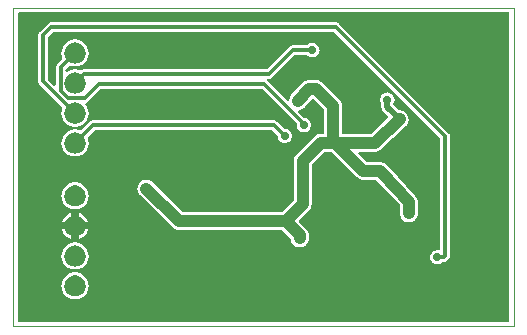
<source format=gbl>
G75*
G71*
%OFA0B0*%
%FSLAX23Y23*%
%IPPOS*%
%LPD*%
%ADD10C,0.1*%
%ADD11C,0.305*%
%ADD12C,0.508*%
%ADD13C,1.016*%
%ADD14C,0.706*%
%LPD*%G36*
X381Y2996D02*
X381Y3995D01*
X381Y7990D01*
X381Y8989D01*
X381Y9987D01*
X381Y10986D01*
X381Y11985D01*
X381Y12983D01*
X381Y13982D01*
X381Y14981D01*
X381Y15980D01*
X381Y16978D01*
X381Y17977D01*
X381Y19974D01*
X381Y20973D01*
X381Y21972D01*
X381Y26507D01*
X458Y26584D01*
X3944Y26584D01*
X4930Y26584D01*
X5917Y26584D01*
X6903Y26584D01*
X7889Y26584D01*
X11833Y26584D01*
X12819Y26584D01*
X13806Y26584D01*
X15778Y26584D01*
X16764Y26584D01*
X17750Y26584D01*
X20708Y26584D01*
X21695Y26584D01*
X22681Y26584D01*
X23667Y26584D01*
X24653Y26584D01*
X25639Y26584D01*
X26625Y26584D01*
X41945Y26584D01*
X42021Y26507D01*
X42021Y24968D01*
X42021Y23969D01*
X42021Y22971D01*
X42021Y21972D01*
X42021Y19975D01*
X42021Y18976D01*
X42021Y17977D01*
X42021Y14981D01*
X42021Y13982D01*
X42021Y12984D01*
X42021Y11985D01*
X42021Y459D01*
X41945Y383D01*
X38459Y383D01*
X37473Y383D01*
X36487Y383D01*
X35501Y383D01*
X34514Y383D01*
X33528Y383D01*
X32542Y383D01*
X31556Y383D01*
X28598Y383D01*
X27612Y383D01*
X26625Y383D01*
X24653Y383D01*
X23667Y383D01*
X22681Y383D01*
X21695Y383D01*
X20709Y383D01*
X19723Y383D01*
X18736Y383D01*
X17750Y383D01*
X15778Y383D01*
X14792Y383D01*
X13806Y383D01*
X12820Y383D01*
X11833Y383D01*
X10847Y383D01*
X8875Y383D01*
X7889Y383D01*
X6903Y383D01*
X5917Y383D01*
X4931Y383D01*
X3944Y383D01*
X2958Y383D01*
X458Y383D01*
X381Y459D01*
X381Y1998D01*
X381Y2996D01*
G37*
%LPC*%G36*
X13617Y8283D02*
X13748Y8213D01*
X13890Y8170D01*
X14041Y8155D01*
X22726Y8155D01*
X22780Y8132D01*
X23495Y7418D01*
X23517Y7372D01*
X23524Y7297D01*
X23567Y7156D01*
X23637Y7024D01*
X23731Y6910D01*
X23845Y6815D01*
X23977Y6745D01*
X24119Y6703D01*
X24267Y6688D01*
X24415Y6703D01*
X24556Y6745D01*
X24688Y6815D01*
X24802Y6910D01*
X24897Y7024D01*
X24967Y7156D01*
X25009Y7297D01*
X25025Y7449D01*
X25025Y7714D01*
X25009Y7866D01*
X24967Y8008D01*
X24897Y8140D01*
X24800Y8257D01*
X24199Y8859D01*
X24199Y8967D01*
X25046Y9815D01*
X25143Y9932D01*
X25213Y10063D01*
X25255Y10205D01*
X25270Y10357D01*
X25270Y13650D01*
X25293Y13704D01*
X26358Y14770D01*
X26412Y14793D01*
X26933Y14793D01*
X26987Y14770D01*
X29124Y12634D01*
X29242Y12537D01*
X29372Y12467D01*
X29515Y12424D01*
X29666Y12409D01*
X30703Y12409D01*
X30760Y12384D01*
X32722Y10244D01*
X32742Y10192D01*
X32742Y9584D01*
X32757Y9432D01*
X32800Y9290D01*
X32870Y9159D01*
X32964Y9045D01*
X33079Y8950D01*
X33210Y8880D01*
X33353Y8837D01*
X33500Y8822D01*
X33648Y8837D01*
X33790Y8880D01*
X33921Y8950D01*
X34035Y9045D01*
X34130Y9159D01*
X34200Y9290D01*
X34243Y9432D01*
X34258Y9584D01*
X34258Y10514D01*
X34252Y10579D01*
X34249Y10632D01*
X34247Y10641D01*
X34245Y10652D01*
X34243Y10665D01*
X34225Y10724D01*
X34212Y10777D01*
X34207Y10787D01*
X34203Y10798D01*
X34200Y10807D01*
X34178Y10847D01*
X34148Y10910D01*
X34139Y10922D01*
X34133Y10932D01*
X34100Y10974D01*
X34056Y11032D01*
X31809Y13483D01*
X31797Y13493D01*
X31789Y13502D01*
X31781Y13512D01*
X31593Y13700D01*
X31475Y13796D01*
X31344Y13867D01*
X31202Y13910D01*
X31050Y13925D01*
X30009Y13925D01*
X29955Y13947D01*
X29239Y14662D01*
X29293Y14793D01*
X30609Y14793D01*
X30695Y14801D01*
X30737Y14804D01*
X30751Y14807D01*
X30761Y14808D01*
X30823Y14827D01*
X30881Y14842D01*
X30888Y14846D01*
X30899Y14850D01*
X30952Y14877D01*
X31014Y14908D01*
X31029Y14918D01*
X31078Y14957D01*
X31134Y15001D01*
X33237Y16974D01*
X33336Y17089D01*
X33411Y17218D01*
X33458Y17359D01*
X33478Y17506D01*
X33468Y17654D01*
X33429Y17797D01*
X33363Y17931D01*
X33273Y18048D01*
X33161Y18146D01*
X33032Y18220D01*
X32892Y18267D01*
X32744Y18286D01*
X32715Y18284D01*
X32656Y18307D01*
X32214Y18748D01*
X32191Y18802D01*
X32191Y18863D01*
X32200Y18899D01*
X32244Y18981D01*
X32277Y19093D01*
X32290Y19211D01*
X32277Y19329D01*
X32244Y19442D01*
X32188Y19546D01*
X32113Y19637D01*
X32022Y19712D01*
X31917Y19768D01*
X31805Y19802D01*
X31687Y19813D01*
X31569Y19802D01*
X31456Y19768D01*
X31353Y19712D01*
X31261Y19637D01*
X31186Y19545D01*
X31130Y19442D01*
X31096Y19329D01*
X31085Y19211D01*
X31096Y19093D01*
X31130Y18981D01*
X31174Y18897D01*
X31183Y18861D01*
X31183Y18567D01*
X31193Y18464D01*
X31222Y18370D01*
X31268Y18283D01*
X31333Y18204D01*
X31760Y17777D01*
X31759Y17667D01*
X30335Y16329D01*
X30282Y16309D01*
X27925Y16309D01*
X27848Y16385D01*
X27848Y18666D01*
X27833Y18817D01*
X27790Y18959D01*
X27720Y19090D01*
X27623Y19208D01*
X26215Y20616D01*
X26098Y20712D01*
X25966Y20782D01*
X25825Y20825D01*
X25673Y20840D01*
X25011Y20840D01*
X24986Y20837D01*
X24976Y20837D01*
X24956Y20838D01*
X24912Y20830D01*
X24860Y20825D01*
X24839Y20818D01*
X24829Y20816D01*
X24810Y20813D01*
X24771Y20798D01*
X24718Y20782D01*
X24697Y20771D01*
X24688Y20767D01*
X24671Y20760D01*
X24632Y20736D01*
X24587Y20712D01*
X24574Y20701D01*
X24565Y20695D01*
X24545Y20682D01*
X24508Y20648D01*
X24472Y20618D01*
X24459Y20601D01*
X24452Y20594D01*
X24434Y20577D01*
X23556Y19570D01*
X23467Y19446D01*
X23407Y19311D01*
X23373Y19166D01*
X23372Y19136D01*
X23242Y19084D01*
X21533Y20793D01*
X21474Y20841D01*
X21523Y20977D01*
X21637Y20977D01*
X21719Y20985D01*
X21795Y21007D01*
X21864Y21044D01*
X21927Y21097D01*
X23806Y22974D01*
X23860Y22997D01*
X24858Y22997D01*
X24917Y22969D01*
X25005Y22898D01*
X25110Y22842D01*
X25223Y22809D01*
X25341Y22796D01*
X25458Y22809D01*
X25571Y22842D01*
X25675Y22898D01*
X25767Y22973D01*
X25842Y23064D01*
X25898Y23169D01*
X25931Y23281D01*
X25943Y23399D01*
X25931Y23517D01*
X25898Y23630D01*
X25842Y23733D01*
X25766Y23825D01*
X25675Y23900D01*
X25571Y23956D01*
X25458Y23990D01*
X25341Y24001D01*
X25223Y23990D01*
X25110Y23956D01*
X25006Y23900D01*
X24914Y23825D01*
X24859Y23802D01*
X23664Y23802D01*
X23582Y23794D01*
X23507Y23771D01*
X23437Y23733D01*
X23373Y23681D01*
X21497Y21804D01*
X21443Y21782D01*
X6004Y21782D01*
X5922Y21773D01*
X5846Y21750D01*
X5776Y21713D01*
X5750Y21691D01*
X5674Y21679D01*
X5606Y21704D01*
X5577Y21714D01*
X5489Y21737D01*
X5460Y21744D01*
X5372Y21757D01*
X5341Y21761D01*
X5252Y21766D01*
X5222Y21766D01*
X5132Y21761D01*
X5102Y21757D01*
X5013Y21744D01*
X4983Y21737D01*
X4896Y21714D01*
X4868Y21704D01*
X4783Y21672D01*
X4755Y21660D01*
X4675Y21619D01*
X4649Y21604D01*
X4573Y21554D01*
X4548Y21536D01*
X4418Y21592D01*
X4418Y21737D01*
X4441Y21791D01*
X4723Y22074D01*
X4804Y22091D01*
X4868Y22067D01*
X4896Y22058D01*
X4983Y22034D01*
X5013Y22027D01*
X5102Y22014D01*
X5132Y22011D01*
X5222Y22006D01*
X5252Y22006D01*
X5341Y22011D01*
X5372Y22014D01*
X5460Y22027D01*
X5489Y22034D01*
X5577Y22058D01*
X5606Y22067D01*
X5691Y22099D01*
X5718Y22111D01*
X5798Y22153D01*
X5825Y22168D01*
X5900Y22217D01*
X5925Y22235D01*
X5995Y22291D01*
X6017Y22312D01*
X6081Y22374D01*
X6100Y22397D01*
X6158Y22468D01*
X6176Y22492D01*
X6224Y22567D01*
X6239Y22594D01*
X6281Y22674D01*
X6293Y22702D01*
X6325Y22785D01*
X6334Y22814D01*
X6358Y22902D01*
X6364Y22932D01*
X6379Y23021D01*
X6381Y23051D01*
X6386Y23141D01*
X6386Y23170D01*
X6381Y23261D01*
X6379Y23291D01*
X6364Y23379D01*
X6358Y23409D01*
X6334Y23497D01*
X6325Y23526D01*
X6293Y23610D01*
X6281Y23637D01*
X6239Y23718D01*
X6224Y23745D01*
X6176Y23820D01*
X6158Y23843D01*
X6100Y23914D01*
X6081Y23937D01*
X6017Y24000D01*
X5995Y24020D01*
X5925Y24076D01*
X5900Y24094D01*
X5825Y24144D01*
X5798Y24159D01*
X5718Y24200D01*
X5691Y24213D01*
X5606Y24244D01*
X5577Y24254D01*
X5489Y24277D01*
X5460Y24284D01*
X5372Y24297D01*
X5341Y24301D01*
X5252Y24306D01*
X5222Y24306D01*
X5132Y24301D01*
X5102Y24297D01*
X5013Y24284D01*
X4983Y24277D01*
X4896Y24254D01*
X4868Y24244D01*
X4783Y24212D01*
X4755Y24200D01*
X4675Y24159D01*
X4649Y24144D01*
X4573Y24094D01*
X4548Y24076D01*
X4479Y24020D01*
X4457Y24000D01*
X4392Y23937D01*
X4372Y23914D01*
X4315Y23843D01*
X4298Y23820D01*
X4249Y23745D01*
X4234Y23718D01*
X4193Y23637D01*
X4180Y23610D01*
X4148Y23525D01*
X4138Y23496D01*
X4115Y23410D01*
X4109Y23379D01*
X4095Y23291D01*
X4092Y23261D01*
X4087Y23170D01*
X4087Y23141D01*
X4092Y23051D01*
X4095Y23021D01*
X4109Y22932D01*
X4115Y22902D01*
X4138Y22815D01*
X4148Y22786D01*
X4172Y22724D01*
X4154Y22643D01*
X3733Y22222D01*
X3681Y22157D01*
X3644Y22089D01*
X3621Y22013D01*
X3613Y21931D01*
X3613Y20440D01*
X3483Y20386D01*
X2966Y20903D01*
X2943Y20957D01*
X2943Y24468D01*
X2966Y24522D01*
X3370Y24926D01*
X3424Y24949D01*
X27127Y24949D01*
X27181Y24926D01*
X36149Y15958D01*
X36171Y15904D01*
X36171Y6518D01*
X36072Y6445D01*
X36040Y6455D01*
X35922Y6466D01*
X35805Y6455D01*
X35691Y6420D01*
X35587Y6365D01*
X35496Y6290D01*
X35421Y6198D01*
X35365Y6095D01*
X35331Y5981D01*
X35320Y5864D01*
X35331Y5746D01*
X35365Y5634D01*
X35421Y5529D01*
X35496Y5438D01*
X35587Y5363D01*
X35691Y5307D01*
X35805Y5273D01*
X35922Y5261D01*
X36040Y5273D01*
X36152Y5307D01*
X36257Y5363D01*
X36348Y5438D01*
X36404Y5462D01*
X36443Y5462D01*
X36526Y5470D01*
X36601Y5492D01*
X36670Y5529D01*
X36734Y5582D01*
X36856Y5704D01*
X36908Y5767D01*
X36945Y5837D01*
X36968Y5912D01*
X36976Y5994D01*
X36976Y16099D01*
X36968Y16181D01*
X36945Y16257D01*
X36908Y16327D01*
X36856Y16390D01*
X27612Y25634D01*
X27548Y25686D01*
X27479Y25723D01*
X27403Y25746D01*
X27321Y25754D01*
X3229Y25754D01*
X3147Y25746D01*
X3072Y25723D01*
X3002Y25686D01*
X2938Y25634D01*
X2258Y24954D01*
X2206Y24890D01*
X2169Y24820D01*
X2146Y24745D01*
X2138Y24663D01*
X2138Y20763D01*
X2146Y20681D01*
X2169Y20605D01*
X2206Y20536D01*
X2258Y20473D01*
X4154Y18576D01*
X4172Y18494D01*
X4148Y18432D01*
X4138Y18404D01*
X4115Y18318D01*
X4109Y18287D01*
X4095Y18199D01*
X4092Y18169D01*
X4087Y18078D01*
X4087Y18048D01*
X4092Y17958D01*
X4095Y17928D01*
X4109Y17839D01*
X4115Y17810D01*
X4138Y17723D01*
X4148Y17694D01*
X4181Y17609D01*
X4193Y17581D01*
X4234Y17502D01*
X4249Y17475D01*
X4298Y17399D01*
X4316Y17375D01*
X4372Y17305D01*
X4392Y17283D01*
X4456Y17219D01*
X4478Y17200D01*
X4548Y17142D01*
X4573Y17125D01*
X4649Y17075D01*
X4675Y17060D01*
X4755Y17019D01*
X4783Y17007D01*
X4868Y16974D01*
X4896Y16965D01*
X4982Y16942D01*
X5013Y16936D01*
X5101Y16921D01*
X5131Y16919D01*
X5222Y16914D01*
X5252Y16914D01*
X5342Y16919D01*
X5372Y16921D01*
X5461Y16935D01*
X5490Y16942D01*
X5577Y16965D01*
X5606Y16974D01*
X5690Y17007D01*
X5718Y17019D01*
X5798Y17061D01*
X5825Y17076D01*
X5901Y17125D01*
X5925Y17142D01*
X5995Y17200D01*
X6017Y17219D01*
X6081Y17283D01*
X6100Y17305D01*
X6158Y17375D01*
X6175Y17399D01*
X6224Y17475D01*
X6239Y17502D01*
X6281Y17581D01*
X6293Y17609D01*
X6325Y17693D01*
X6334Y17722D01*
X6358Y17810D01*
X6365Y17839D01*
X6379Y17928D01*
X6381Y17958D01*
X6386Y18048D01*
X6386Y18078D01*
X6381Y18169D01*
X6379Y18199D01*
X6364Y18287D01*
X6358Y18317D01*
X6334Y18405D01*
X6325Y18433D01*
X6293Y18517D01*
X6281Y18545D01*
X6240Y18625D01*
X6225Y18651D01*
X6175Y18727D01*
X6158Y18752D01*
X6100Y18822D01*
X6149Y18949D01*
X6171Y18952D01*
X6246Y18974D01*
X6315Y19011D01*
X6379Y19064D01*
X7401Y20085D01*
X7455Y20108D01*
X21048Y20108D01*
X21102Y20085D01*
X23997Y17190D01*
X24019Y17129D01*
X24012Y17051D01*
X24023Y16933D01*
X24058Y16821D01*
X24114Y16717D01*
X24188Y16625D01*
X24280Y16550D01*
X24384Y16494D01*
X24497Y16461D01*
X24615Y16449D01*
X24732Y16461D01*
X24845Y16494D01*
X24949Y16550D01*
X25040Y16626D01*
X25116Y16717D01*
X25171Y16821D01*
X25205Y16933D01*
X25217Y17051D01*
X25205Y17169D01*
X25171Y17282D01*
X25116Y17387D01*
X25041Y17478D01*
X24949Y17552D01*
X24845Y17608D01*
X24732Y17642D01*
X24705Y17645D01*
X24659Y17667D01*
X24141Y18185D01*
X24183Y18314D01*
X24323Y18337D01*
X24461Y18390D01*
X24587Y18469D01*
X24698Y18573D01*
X25304Y19268D01*
X25415Y19272D01*
X26310Y18377D01*
X26332Y18323D01*
X26332Y16385D01*
X26256Y16309D01*
X26071Y16309D01*
X25920Y16294D01*
X25777Y16251D01*
X25646Y16181D01*
X25528Y16084D01*
X23979Y14535D01*
X23883Y14417D01*
X23813Y14287D01*
X23769Y14144D01*
X23754Y13993D01*
X23754Y10698D01*
X23732Y10644D01*
X22780Y9693D01*
X22726Y9671D01*
X14384Y9671D01*
X14330Y9693D01*
X11821Y12201D01*
X11703Y12298D01*
X11572Y12368D01*
X11431Y12412D01*
X11283Y12426D01*
X11135Y12412D01*
X10992Y12368D01*
X10862Y12298D01*
X10747Y12204D01*
X10653Y12090D01*
X10583Y11958D01*
X10539Y11816D01*
X10525Y11668D01*
X10539Y11520D01*
X10583Y11379D01*
X10653Y11247D01*
X10749Y11130D01*
X13499Y8379D01*
X13617Y8283D01*
G37*
G36*
X22296Y17385D02*
X22226Y17423D01*
X22151Y17446D01*
X22069Y17454D01*
X6755Y17454D01*
X6674Y17446D01*
X6598Y17423D01*
X6529Y17385D01*
X6465Y17333D01*
X5750Y16618D01*
X5669Y16601D01*
X5606Y16624D01*
X5577Y16634D01*
X5489Y16657D01*
X5460Y16664D01*
X5372Y16677D01*
X5341Y16681D01*
X5252Y16686D01*
X5222Y16686D01*
X5132Y16681D01*
X5102Y16677D01*
X5013Y16664D01*
X4983Y16657D01*
X4896Y16634D01*
X4868Y16624D01*
X4783Y16592D01*
X4755Y16580D01*
X4675Y16539D01*
X4649Y16524D01*
X4573Y16474D01*
X4548Y16456D01*
X4479Y16400D01*
X4457Y16380D01*
X4392Y16317D01*
X4372Y16294D01*
X4315Y16223D01*
X4298Y16200D01*
X4249Y16125D01*
X4234Y16098D01*
X4193Y16017D01*
X4180Y15990D01*
X4148Y15905D01*
X4138Y15876D01*
X4115Y15790D01*
X4109Y15759D01*
X4095Y15671D01*
X4092Y15641D01*
X4087Y15550D01*
X4087Y15521D01*
X4092Y15431D01*
X4095Y15401D01*
X4109Y15312D01*
X4115Y15282D01*
X4138Y15195D01*
X4148Y15166D01*
X4180Y15082D01*
X4193Y15054D01*
X4234Y14974D01*
X4249Y14947D01*
X4298Y14872D01*
X4315Y14848D01*
X4372Y14778D01*
X4392Y14755D01*
X4457Y14692D01*
X4479Y14671D01*
X4548Y14615D01*
X4573Y14597D01*
X4649Y14547D01*
X4675Y14532D01*
X4755Y14491D01*
X4783Y14479D01*
X4868Y14447D01*
X4896Y14438D01*
X4983Y14414D01*
X5013Y14407D01*
X5102Y14394D01*
X5132Y14391D01*
X5222Y14386D01*
X5252Y14386D01*
X5341Y14391D01*
X5372Y14394D01*
X5460Y14407D01*
X5489Y14414D01*
X5577Y14438D01*
X5606Y14447D01*
X5691Y14479D01*
X5718Y14491D01*
X5798Y14533D01*
X5825Y14548D01*
X5900Y14597D01*
X5925Y14615D01*
X5995Y14671D01*
X6017Y14692D01*
X6081Y14754D01*
X6100Y14777D01*
X6158Y14848D01*
X6176Y14872D01*
X6224Y14947D01*
X6239Y14974D01*
X6281Y15054D01*
X6293Y15082D01*
X6325Y15165D01*
X6334Y15194D01*
X6358Y15282D01*
X6364Y15312D01*
X6379Y15401D01*
X6381Y15431D01*
X6386Y15521D01*
X6386Y15550D01*
X6381Y15641D01*
X6379Y15671D01*
X6364Y15759D01*
X6358Y15789D01*
X6334Y15877D01*
X6325Y15906D01*
X6302Y15967D01*
X6319Y16049D01*
X6897Y16626D01*
X6951Y16649D01*
X21874Y16649D01*
X21928Y16626D01*
X22360Y16194D01*
X22382Y16133D01*
X22394Y16021D01*
X22428Y15908D01*
X22484Y15804D01*
X22559Y15713D01*
X22650Y15638D01*
X22754Y15582D01*
X22868Y15548D01*
X22985Y15536D01*
X23103Y15548D01*
X23215Y15582D01*
X23320Y15638D01*
X23411Y15713D01*
X23486Y15804D01*
X23542Y15908D01*
X23576Y16021D01*
X23588Y16139D01*
X23576Y16256D01*
X23542Y16370D01*
X23486Y16474D01*
X23411Y16565D01*
X23320Y16640D01*
X23215Y16695D01*
X23103Y16730D01*
X22985Y16741D01*
X22929Y16764D01*
X22359Y17333D01*
X22296Y17385D01*
G37*
G36*
X4087Y3427D02*
X4092Y3337D01*
X4095Y3307D01*
X4109Y3218D01*
X4115Y3188D01*
X4138Y3101D01*
X4148Y3072D01*
X4180Y2988D01*
X4193Y2960D01*
X4234Y2880D01*
X4249Y2854D01*
X4298Y2778D01*
X4316Y2754D01*
X4372Y2684D01*
X4392Y2662D01*
X4457Y2597D01*
X4479Y2577D01*
X4548Y2521D01*
X4573Y2503D01*
X4649Y2453D01*
X4675Y2438D01*
X4755Y2397D01*
X4783Y2385D01*
X4868Y2353D01*
X4896Y2344D01*
X4982Y2321D01*
X5013Y2315D01*
X5102Y2300D01*
X5132Y2297D01*
X5221Y2293D01*
X5252Y2293D01*
X5342Y2297D01*
X5371Y2300D01*
X5461Y2314D01*
X5490Y2321D01*
X5577Y2344D01*
X5606Y2353D01*
X5691Y2385D01*
X5718Y2397D01*
X5798Y2439D01*
X5825Y2454D01*
X5900Y2503D01*
X5925Y2521D01*
X5995Y2577D01*
X6017Y2597D01*
X6081Y2662D01*
X6100Y2684D01*
X6158Y2754D01*
X6175Y2778D01*
X6225Y2854D01*
X6240Y2880D01*
X6281Y2960D01*
X6293Y2988D01*
X6325Y3071D01*
X6334Y3100D01*
X6358Y3188D01*
X6364Y3218D01*
X6379Y3307D01*
X6381Y3337D01*
X6386Y3427D01*
X6386Y3457D01*
X6381Y3548D01*
X6379Y3577D01*
X6365Y3666D01*
X6358Y3695D01*
X6334Y3783D01*
X6325Y3812D01*
X6293Y3896D01*
X6281Y3923D01*
X6239Y4004D01*
X6224Y4031D01*
X6176Y4106D01*
X6158Y4129D01*
X6100Y4201D01*
X6081Y4223D01*
X6017Y4286D01*
X5995Y4306D01*
X5925Y4363D01*
X5900Y4381D01*
X5825Y4430D01*
X5798Y4445D01*
X5718Y4486D01*
X5690Y4499D01*
X5607Y4531D01*
X5578Y4540D01*
X5490Y4564D01*
X5461Y4570D01*
X5372Y4583D01*
X5341Y4587D01*
X5252Y4592D01*
X5222Y4592D01*
X5132Y4587D01*
X5102Y4583D01*
X5012Y4570D01*
X4983Y4564D01*
X4895Y4540D01*
X4867Y4531D01*
X4783Y4498D01*
X4755Y4486D01*
X4675Y4445D01*
X4649Y4430D01*
X4573Y4381D01*
X4549Y4363D01*
X4479Y4306D01*
X4457Y4286D01*
X4392Y4222D01*
X4372Y4200D01*
X4315Y4130D01*
X4298Y4106D01*
X4249Y4031D01*
X4234Y4004D01*
X4193Y3923D01*
X4180Y3896D01*
X4148Y3811D01*
X4138Y3782D01*
X4115Y3696D01*
X4109Y3666D01*
X4095Y3577D01*
X4092Y3548D01*
X4087Y3457D01*
X4087Y3427D01*
G37*
G36*
X4109Y8297D02*
X4115Y8268D01*
X4138Y8181D01*
X4148Y8152D01*
X4180Y8068D01*
X4193Y8040D01*
X4234Y7960D01*
X4249Y7934D01*
X4298Y7858D01*
X4316Y7834D01*
X4372Y7764D01*
X4392Y7742D01*
X4457Y7677D01*
X4479Y7657D01*
X4548Y7601D01*
X4573Y7583D01*
X4649Y7533D01*
X4675Y7518D01*
X4755Y7477D01*
X4783Y7465D01*
X4868Y7433D01*
X4896Y7424D01*
X4982Y7401D01*
X5014Y7394D01*
X4930Y7415D01*
X4930Y8216D01*
X4119Y8216D01*
X4109Y8297D01*
G37*
G36*
X4930Y9640D02*
X5011Y9650D01*
X4983Y9644D01*
X4895Y9620D01*
X4867Y9611D01*
X4783Y9578D01*
X4755Y9566D01*
X4675Y9525D01*
X4649Y9510D01*
X4573Y9461D01*
X4549Y9443D01*
X4479Y9386D01*
X4457Y9366D01*
X4392Y9302D01*
X4372Y9280D01*
X4315Y9210D01*
X4298Y9186D01*
X4249Y9111D01*
X4234Y9084D01*
X4193Y9003D01*
X4180Y8976D01*
X4148Y8891D01*
X4138Y8862D01*
X4115Y8776D01*
X4109Y8748D01*
X4119Y8829D01*
X4930Y8829D01*
X4930Y9640D01*
G37*
G36*
X5456Y7393D02*
X5490Y7401D01*
X5577Y7424D01*
X5606Y7433D01*
X5691Y7465D01*
X5718Y7477D01*
X5798Y7519D01*
X5825Y7534D01*
X5900Y7583D01*
X5925Y7601D01*
X5995Y7657D01*
X6017Y7677D01*
X6081Y7742D01*
X6100Y7764D01*
X6158Y7834D01*
X6175Y7858D01*
X6225Y7934D01*
X6240Y7960D01*
X6281Y8040D01*
X6293Y8068D01*
X6325Y8151D01*
X6334Y8180D01*
X6358Y8268D01*
X6364Y8297D01*
X6354Y8216D01*
X5543Y8216D01*
X5543Y7415D01*
X5456Y7393D01*
G37*
G36*
X6364Y8748D02*
X6358Y8775D01*
X6334Y8863D01*
X6325Y8892D01*
X6293Y8976D01*
X6281Y9003D01*
X6239Y9084D01*
X6224Y9111D01*
X6176Y9186D01*
X6158Y9209D01*
X6100Y9281D01*
X6081Y9303D01*
X6017Y9366D01*
X5995Y9386D01*
X5925Y9443D01*
X5900Y9461D01*
X5825Y9510D01*
X5798Y9525D01*
X5718Y9566D01*
X5690Y9579D01*
X5607Y9611D01*
X5578Y9620D01*
X5490Y9644D01*
X5462Y9650D01*
X5543Y9640D01*
X5543Y8829D01*
X6354Y8829D01*
X6364Y8748D01*
G37*
G36*
X4087Y11047D02*
X4092Y10957D01*
X4095Y10927D01*
X4109Y10838D01*
X4115Y10808D01*
X4138Y10721D01*
X4148Y10692D01*
X4180Y10608D01*
X4193Y10580D01*
X4234Y10500D01*
X4249Y10474D01*
X4298Y10398D01*
X4316Y10374D01*
X4372Y10304D01*
X4392Y10282D01*
X4457Y10217D01*
X4479Y10197D01*
X4548Y10141D01*
X4573Y10123D01*
X4649Y10073D01*
X4675Y10058D01*
X4755Y10017D01*
X4783Y10005D01*
X4868Y9973D01*
X4896Y9964D01*
X4982Y9941D01*
X5013Y9935D01*
X5102Y9920D01*
X5132Y9917D01*
X5221Y9913D01*
X5252Y9913D01*
X5342Y9917D01*
X5371Y9920D01*
X5461Y9934D01*
X5490Y9941D01*
X5577Y9964D01*
X5606Y9973D01*
X5691Y10005D01*
X5718Y10017D01*
X5798Y10059D01*
X5825Y10074D01*
X5900Y10123D01*
X5925Y10141D01*
X5995Y10197D01*
X6017Y10217D01*
X6081Y10282D01*
X6100Y10304D01*
X6158Y10374D01*
X6175Y10398D01*
X6225Y10474D01*
X6240Y10500D01*
X6281Y10580D01*
X6293Y10608D01*
X6325Y10691D01*
X6334Y10720D01*
X6358Y10808D01*
X6364Y10838D01*
X6379Y10927D01*
X6381Y10957D01*
X6386Y11047D01*
X6386Y11077D01*
X6381Y11168D01*
X6379Y11197D01*
X6365Y11286D01*
X6358Y11315D01*
X6334Y11403D01*
X6325Y11432D01*
X6293Y11516D01*
X6281Y11543D01*
X6239Y11624D01*
X6224Y11651D01*
X6176Y11726D01*
X6158Y11749D01*
X6100Y11821D01*
X6081Y11843D01*
X6017Y11906D01*
X5995Y11926D01*
X5925Y11983D01*
X5900Y12001D01*
X5825Y12050D01*
X5798Y12065D01*
X5718Y12106D01*
X5690Y12119D01*
X5607Y12151D01*
X5578Y12160D01*
X5490Y12184D01*
X5461Y12190D01*
X5372Y12203D01*
X5341Y12207D01*
X5252Y12212D01*
X5222Y12212D01*
X5132Y12207D01*
X5102Y12203D01*
X5012Y12190D01*
X4983Y12184D01*
X4895Y12160D01*
X4867Y12151D01*
X4783Y12118D01*
X4755Y12106D01*
X4675Y12065D01*
X4649Y12050D01*
X4573Y12001D01*
X4549Y11983D01*
X4479Y11926D01*
X4457Y11906D01*
X4392Y11842D01*
X4372Y11820D01*
X4315Y11750D01*
X4298Y11726D01*
X4249Y11651D01*
X4234Y11624D01*
X4193Y11543D01*
X4180Y11516D01*
X4148Y11431D01*
X4138Y11402D01*
X4115Y11316D01*
X4109Y11286D01*
X4095Y11197D01*
X4092Y11168D01*
X4087Y11077D01*
X4087Y11047D01*
G37*
G36*
X4087Y5954D02*
X4092Y5864D01*
X4095Y5834D01*
X4109Y5745D01*
X4115Y5716D01*
X4138Y5629D01*
X4148Y5600D01*
X4180Y5516D01*
X4193Y5488D01*
X4234Y5408D01*
X4249Y5381D01*
X4298Y5306D01*
X4315Y5282D01*
X4372Y5211D01*
X4392Y5189D01*
X4456Y5125D01*
X4478Y5106D01*
X4548Y5048D01*
X4573Y5031D01*
X4649Y4981D01*
X4675Y4966D01*
X4755Y4925D01*
X4783Y4913D01*
X4867Y4881D01*
X4895Y4872D01*
X4983Y4848D01*
X5012Y4842D01*
X5102Y4828D01*
X5132Y4825D01*
X5222Y4820D01*
X5252Y4820D01*
X5341Y4825D01*
X5372Y4828D01*
X5461Y4842D01*
X5490Y4848D01*
X5578Y4872D01*
X5607Y4881D01*
X5690Y4913D01*
X5718Y4925D01*
X5798Y4967D01*
X5825Y4982D01*
X5901Y5031D01*
X5925Y5048D01*
X5995Y5106D01*
X6017Y5125D01*
X6081Y5189D01*
X6100Y5211D01*
X6158Y5282D01*
X6176Y5306D01*
X6224Y5381D01*
X6239Y5408D01*
X6281Y5488D01*
X6293Y5516D01*
X6325Y5599D01*
X6334Y5628D01*
X6358Y5716D01*
X6365Y5745D01*
X6379Y5834D01*
X6381Y5864D01*
X6386Y5954D01*
X6386Y5984D01*
X6381Y6075D01*
X6379Y6105D01*
X6364Y6193D01*
X6358Y6223D01*
X6334Y6311D01*
X6325Y6339D01*
X6293Y6423D01*
X6281Y6451D01*
X6240Y6531D01*
X6225Y6557D01*
X6175Y6633D01*
X6158Y6658D01*
X6100Y6728D01*
X6081Y6750D01*
X6017Y6814D01*
X5995Y6834D01*
X5925Y6890D01*
X5901Y6908D01*
X5824Y6957D01*
X5798Y6973D01*
X5718Y7013D01*
X5690Y7026D01*
X5606Y7058D01*
X5577Y7068D01*
X5490Y7091D01*
X5461Y7097D01*
X5372Y7111D01*
X5342Y7114D01*
X5252Y7119D01*
X5222Y7119D01*
X5131Y7114D01*
X5101Y7111D01*
X5013Y7097D01*
X4982Y7091D01*
X4896Y7068D01*
X4868Y7058D01*
X4783Y7025D01*
X4754Y7013D01*
X4675Y6973D01*
X4650Y6958D01*
X4573Y6908D01*
X4548Y6890D01*
X4479Y6834D01*
X4457Y6814D01*
X4392Y6749D01*
X4372Y6727D01*
X4316Y6658D01*
X4298Y6633D01*
X4249Y6557D01*
X4234Y6531D01*
X4193Y6451D01*
X4181Y6423D01*
X4148Y6338D01*
X4138Y6310D01*
X4115Y6224D01*
X4109Y6193D01*
X4095Y6105D01*
X4092Y6075D01*
X4087Y5984D01*
X4087Y5954D01*
G37*
G36*
X11873Y11786D02*
X11840Y11899D01*
X11784Y12003D01*
X11709Y12095D01*
X11617Y12169D01*
X11513Y12225D01*
X11400Y12259D01*
X11283Y12271D01*
X11165Y12259D01*
X11052Y12225D01*
X10947Y12169D01*
X10856Y12095D01*
X10782Y12004D01*
X10726Y11899D01*
X10691Y11786D01*
X10680Y11668D01*
X10691Y11550D01*
X10726Y11438D01*
X10782Y11334D01*
X10856Y11242D01*
X10948Y11167D01*
X11052Y11111D01*
X11165Y11078D01*
X11283Y11066D01*
X11400Y11078D01*
X11513Y11111D01*
X11617Y11167D01*
X11708Y11243D01*
X11784Y11334D01*
X11840Y11438D01*
X11873Y11550D01*
X11885Y11668D01*
X11873Y11786D01*
G37*
G36*
X25103Y14114D02*
X25069Y14227D01*
X25014Y14332D01*
X24939Y14423D01*
X24847Y14497D01*
X24743Y14553D01*
X24630Y14588D01*
X24513Y14599D01*
X24395Y14588D01*
X24282Y14553D01*
X24177Y14497D01*
X24086Y14423D01*
X24012Y14332D01*
X23956Y14227D01*
X23921Y14114D01*
X23910Y13996D01*
X23921Y13879D01*
X23956Y13766D01*
X24012Y13662D01*
X24086Y13570D01*
X24178Y13495D01*
X24282Y13439D01*
X24395Y13406D01*
X24513Y13394D01*
X24630Y13406D01*
X24743Y13439D01*
X24847Y13495D01*
X24938Y13571D01*
X25014Y13662D01*
X25069Y13766D01*
X25103Y13879D01*
X25115Y13996D01*
X25103Y14114D01*
G37*
G36*
X23663Y9030D02*
X23629Y9144D01*
X23573Y9248D01*
X23498Y9339D01*
X23407Y9413D01*
X23303Y9469D01*
X23190Y9504D01*
X23072Y9515D01*
X22955Y9504D01*
X22841Y9469D01*
X22737Y9413D01*
X22646Y9339D01*
X22571Y9248D01*
X22516Y9144D01*
X22481Y9030D01*
X22470Y8913D01*
X22481Y8795D01*
X22516Y8682D01*
X22571Y8578D01*
X22646Y8487D01*
X22737Y8412D01*
X22841Y8356D01*
X22955Y8322D01*
X23072Y8310D01*
X23190Y8322D01*
X23303Y8356D01*
X23407Y8412D01*
X23498Y8487D01*
X23573Y8578D01*
X23629Y8682D01*
X23663Y8795D01*
X23675Y8913D01*
X23663Y9030D01*
G37*
%LPD*%D10*
X0Y0D02*
X0Y100D01*
X0Y200D01*
X0Y300D01*
X0Y399D01*
X0Y499D01*
X0Y599D01*
X0Y699D01*
X0Y799D01*
X0Y899D01*
X0Y999D01*
X0Y1099D01*
X0Y1198D01*
X0Y1298D01*
X0Y1398D01*
X0Y1498D01*
X0Y1598D01*
X0Y1698D01*
X0Y1798D01*
X0Y1898D01*
X0Y1997D01*
X0Y2097D01*
X0Y2197D01*
X0Y2297D01*
X0Y2397D01*
X0Y2497D01*
X0Y2597D01*
X0Y2697D01*
X0Y2796D01*
X0Y2896D01*
X0Y2996D01*
X0Y3096D01*
X0Y3196D01*
X0Y3296D01*
X0Y3396D01*
X0Y3495D01*
X0Y3595D01*
X0Y3695D01*
X0Y3795D01*
X0Y3895D01*
X0Y3995D01*
X0Y4095D01*
X0Y4195D01*
X0Y4294D01*
X0Y4394D01*
X0Y4494D01*
X0Y4594D01*
X0Y4694D01*
X0Y4794D01*
X0Y4894D01*
X0Y4994D01*
X0Y5093D01*
X0Y5193D01*
X0Y5293D01*
X0Y5393D01*
X0Y5493D01*
X0Y5593D01*
X0Y5693D01*
X0Y5793D01*
X0Y5892D01*
X0Y5992D01*
X0Y6092D01*
X0Y6192D01*
X0Y6292D01*
X0Y6392D01*
X0Y6492D01*
X0Y6591D01*
X0Y6691D01*
X0Y6791D01*
X0Y6891D01*
X0Y6991D01*
X0Y7091D01*
X0Y7191D01*
X0Y7291D01*
X0Y7390D01*
X0Y7490D01*
X0Y7590D01*
X0Y7690D01*
X0Y7790D01*
X0Y7890D01*
X0Y7990D01*
X0Y8090D01*
X0Y8189D01*
X0Y8289D01*
X0Y8389D01*
X0Y8489D01*
X0Y8589D01*
X0Y8689D01*
X0Y8789D01*
X0Y8888D01*
X0Y8988D01*
X0Y9088D01*
X0Y9188D01*
X0Y9288D01*
X0Y9388D01*
X0Y9488D01*
X0Y9588D01*
X0Y9687D01*
X0Y9787D01*
X0Y9887D01*
X0Y9987D01*
X0Y10087D01*
X0Y10187D01*
X0Y10287D01*
X0Y10387D01*
X0Y10486D01*
X0Y10586D01*
X0Y10686D01*
X0Y10786D01*
X0Y10886D01*
X0Y10986D01*
X0Y11086D01*
X0Y11186D01*
X0Y11285D01*
X0Y11385D01*
X0Y11485D01*
X0Y11585D01*
X0Y11685D01*
X0Y11785D01*
X0Y11885D01*
X0Y11985D01*
X0Y12084D01*
X0Y12184D01*
X0Y12284D01*
X0Y12384D01*
X0Y12484D01*
X0Y12584D01*
X0Y12684D01*
X0Y12783D01*
X0Y12883D01*
X0Y12983D01*
X0Y13083D01*
X0Y13183D01*
X0Y13283D01*
X0Y13383D01*
X0Y13483D01*
X0Y13582D01*
X0Y13682D01*
X0Y13782D01*
X0Y13882D01*
X0Y13982D01*
X0Y14082D01*
X0Y14182D01*
X0Y14282D01*
X0Y14381D01*
X0Y14481D01*
X0Y14581D01*
X0Y14681D01*
X0Y14781D01*
X0Y14881D01*
X0Y14981D01*
X0Y15081D01*
X0Y15180D01*
X0Y15280D01*
X0Y15380D01*
X0Y15480D01*
X0Y15580D01*
X0Y15680D01*
X0Y15780D01*
X0Y15879D01*
X0Y15979D01*
X0Y16079D01*
X0Y16179D01*
X0Y16279D01*
X0Y16379D01*
X0Y16479D01*
X0Y16579D01*
X0Y16678D01*
X0Y16778D01*
X0Y16878D01*
X0Y16978D01*
X0Y17078D01*
X0Y17178D01*
X0Y17278D01*
X0Y17378D01*
X0Y17477D01*
X0Y17577D01*
X0Y17677D01*
X0Y17777D01*
X0Y17877D01*
X0Y17977D01*
X0Y18077D01*
X0Y18177D01*
X0Y18276D01*
X0Y18376D01*
X0Y18476D01*
X0Y18576D01*
X0Y18676D01*
X0Y18776D01*
X0Y18876D01*
X0Y18975D01*
X0Y19075D01*
X0Y19175D01*
X0Y19275D01*
X0Y19375D01*
X0Y19475D01*
X0Y19575D01*
X0Y19675D01*
X0Y19774D01*
X0Y19874D01*
X0Y19974D01*
X0Y20074D01*
X0Y20174D01*
X0Y20274D01*
X0Y20374D01*
X0Y20474D01*
X0Y20573D01*
X0Y20673D01*
X0Y20773D01*
X0Y20873D01*
X0Y20973D01*
X0Y21073D01*
X0Y21173D01*
X0Y21273D01*
X0Y21372D01*
X0Y21472D01*
X0Y21572D01*
X0Y21672D01*
X0Y21772D01*
X0Y21872D01*
X0Y21972D01*
X0Y22071D01*
X0Y22171D01*
X0Y22271D01*
X0Y22371D01*
X0Y22471D01*
X0Y22571D01*
X0Y22671D01*
X0Y22771D01*
X0Y22870D01*
X0Y22970D01*
X0Y23070D01*
X0Y23170D01*
X0Y23270D01*
X0Y23370D01*
X0Y23470D01*
X0Y23570D01*
X0Y23669D01*
X0Y23769D01*
X0Y23869D01*
X0Y23969D01*
X0Y24069D01*
X0Y24169D01*
X0Y24269D01*
X0Y24369D01*
X0Y24468D01*
X0Y24568D01*
X0Y24668D01*
X0Y24768D01*
X0Y24868D01*
X0Y24968D01*
X0Y25068D01*
X0Y25168D01*
X0Y25267D01*
X0Y25367D01*
X0Y25467D01*
X0Y25567D01*
X0Y25667D01*
X0Y25767D01*
X0Y25867D01*
X0Y25967D01*
X0Y26066D01*
X0Y26166D01*
X0Y26266D01*
X0Y26366D01*
X0Y26466D01*
X0Y26566D01*
X0Y26666D01*
X0Y26765D01*
X0Y26865D01*
X0Y26965D01*
X100Y26965D01*
X200Y26965D01*
X299Y26965D01*
X399Y26965D01*
X499Y26965D01*
X599Y26965D01*
X698Y26965D01*
X798Y26965D01*
X898Y26965D01*
X998Y26965D01*
X1098Y26965D01*
X1197Y26965D01*
X1297Y26965D01*
X1397Y26965D01*
X1497Y26965D01*
X1596Y26965D01*
X1696Y26965D01*
X1796Y26965D01*
X1896Y26965D01*
X1995Y26965D01*
X2095Y26965D01*
X2195Y26965D01*
X2295Y26965D01*
X2395Y26965D01*
X2494Y26965D01*
X2594Y26965D01*
X2694Y26965D01*
X2794Y26965D01*
X2893Y26965D01*
X2993Y26965D01*
X3093Y26965D01*
X3193Y26965D01*
X3293Y26965D01*
X3392Y26965D01*
X3492Y26965D01*
X3592Y26965D01*
X3692Y26965D01*
X3791Y26965D01*
X3891Y26965D01*
X3991Y26965D01*
X4091Y26965D01*
X4190Y26965D01*
X4290Y26965D01*
X4390Y26965D01*
X4490Y26965D01*
X4590Y26965D01*
X4689Y26965D01*
X4789Y26965D01*
X4889Y26965D01*
X4989Y26965D01*
X5088Y26965D01*
X5188Y26965D01*
X5288Y26965D01*
X5388Y26965D01*
X5488Y26965D01*
X5587Y26965D01*
X5687Y26965D01*
X5787Y26965D01*
X5887Y26965D01*
X5986Y26965D01*
X6086Y26965D01*
X6186Y26965D01*
X6286Y26965D01*
X6385Y26965D01*
X6485Y26965D01*
X6585Y26965D01*
X6685Y26965D01*
X6785Y26965D01*
X6884Y26965D01*
X6984Y26965D01*
X7084Y26965D01*
X7184Y26965D01*
X7283Y26965D01*
X7383Y26965D01*
X7483Y26965D01*
X7583Y26965D01*
X7683Y26965D01*
X7782Y26965D01*
X7882Y26965D01*
X7982Y26965D01*
X8082Y26965D01*
X8181Y26965D01*
X8281Y26965D01*
X8381Y26965D01*
X8481Y26965D01*
X8580Y26965D01*
X8680Y26965D01*
X8780Y26965D01*
X8880Y26965D01*
X8980Y26965D01*
X9079Y26965D01*
X9179Y26965D01*
X9279Y26965D01*
X9379Y26965D01*
X9478Y26965D01*
X9578Y26965D01*
X9678Y26965D01*
X9778Y26965D01*
X9878Y26965D01*
X9977Y26965D01*
X10077Y26965D01*
X10177Y26965D01*
X10277Y26965D01*
X10376Y26965D01*
X10476Y26965D01*
X10576Y26965D01*
X10676Y26965D01*
X10775Y26965D01*
X10875Y26965D01*
X10975Y26965D01*
X11075Y26965D01*
X11175Y26965D01*
X11274Y26965D01*
X11374Y26965D01*
X11474Y26965D01*
X11574Y26965D01*
X11673Y26965D01*
X11773Y26965D01*
X11873Y26965D01*
X11973Y26965D01*
X12073Y26965D01*
X12172Y26965D01*
X12272Y26965D01*
X12372Y26965D01*
X12472Y26965D01*
X12571Y26965D01*
X12671Y26965D01*
X12771Y26965D01*
X12871Y26965D01*
X12970Y26965D01*
X13070Y26965D01*
X13170Y26965D01*
X13270Y26965D01*
X13370Y26965D01*
X13469Y26965D01*
X13569Y26965D01*
X13669Y26965D01*
X13769Y26965D01*
X13868Y26965D01*
X13968Y26965D01*
X14068Y26965D01*
X14168Y26965D01*
X14268Y26965D01*
X14367Y26965D01*
X14467Y26965D01*
X14567Y26965D01*
X14667Y26965D01*
X14766Y26965D01*
X14866Y26965D01*
X14966Y26965D01*
X15066Y26965D01*
X15165Y26965D01*
X15265Y26965D01*
X15365Y26965D01*
X15465Y26965D01*
X15565Y26965D01*
X15664Y26965D01*
X15764Y26965D01*
X15864Y26965D01*
X15964Y26965D01*
X16063Y26965D01*
X16163Y26965D01*
X16263Y26965D01*
X16363Y26965D01*
X16463Y26965D01*
X16562Y26965D01*
X16662Y26965D01*
X16762Y26965D01*
X16862Y26965D01*
X16961Y26965D01*
X17061Y26965D01*
X17161Y26965D01*
X17261Y26965D01*
X17361Y26965D01*
X17460Y26965D01*
X17560Y26965D01*
X17660Y26965D01*
X17760Y26965D01*
X17859Y26965D01*
X17959Y26965D01*
X18059Y26965D01*
X18159Y26965D01*
X18258Y26965D01*
X18358Y26965D01*
X18458Y26965D01*
X18558Y26965D01*
X18658Y26965D01*
X18757Y26965D01*
X18857Y26965D01*
X18957Y26965D01*
X19057Y26965D01*
X19156Y26965D01*
X19256Y26965D01*
X19356Y26965D01*
X19456Y26965D01*
X19556Y26965D01*
X19655Y26965D01*
X19755Y26965D01*
X19855Y26965D01*
X19955Y26965D01*
X20054Y26965D01*
X20154Y26965D01*
X20254Y26965D01*
X20354Y26965D01*
X20453Y26965D01*
X20553Y26965D01*
X20653Y26965D01*
X20753Y26965D01*
X20853Y26965D01*
X20952Y26965D01*
X21052Y26965D01*
X21152Y26965D01*
X21252Y26965D01*
X21351Y26965D01*
X21451Y26965D01*
X21551Y26965D01*
X21651Y26965D01*
X21751Y26965D01*
X21850Y26965D01*
X21950Y26965D01*
X22050Y26965D01*
X22150Y26965D01*
X22249Y26965D01*
X22349Y26965D01*
X22449Y26965D01*
X22549Y26965D01*
X22649Y26965D01*
X22748Y26965D01*
X22848Y26965D01*
X22948Y26965D01*
X23048Y26965D01*
X23147Y26965D01*
X23247Y26965D01*
X23347Y26965D01*
X23447Y26965D01*
X23546Y26965D01*
X23646Y26965D01*
X23746Y26965D01*
X23846Y26965D01*
X23946Y26965D01*
X24045Y26965D01*
X24145Y26965D01*
X24245Y26965D01*
X24345Y26965D01*
X24444Y26965D01*
X24544Y26965D01*
X24644Y26965D01*
X24744Y26965D01*
X24844Y26965D01*
X24943Y26965D01*
X25043Y26965D01*
X25143Y26965D01*
X25243Y26965D01*
X25342Y26965D01*
X25442Y26965D01*
X25542Y26965D01*
X25642Y26965D01*
X25741Y26965D01*
X25841Y26965D01*
X25941Y26965D01*
X26041Y26965D01*
X26141Y26965D01*
X26240Y26965D01*
X26340Y26965D01*
X26440Y26965D01*
X26540Y26965D01*
X26639Y26965D01*
X26739Y26965D01*
X26839Y26965D01*
X26939Y26965D01*
X27039Y26965D01*
X27138Y26965D01*
X27238Y26965D01*
X27338Y26965D01*
X27438Y26965D01*
X27537Y26965D01*
X27637Y26965D01*
X27737Y26965D01*
X27837Y26965D01*
X27936Y26965D01*
X28036Y26965D01*
X28136Y26965D01*
X28236Y26965D01*
X28336Y26965D01*
X28435Y26965D01*
X28535Y26965D01*
X28635Y26965D01*
X28735Y26965D01*
X28834Y26965D01*
X28934Y26965D01*
X29034Y26965D01*
X29134Y26965D01*
X29234Y26965D01*
X29333Y26965D01*
X29433Y26965D01*
X29533Y26965D01*
X29633Y26965D01*
X29732Y26965D01*
X29832Y26965D01*
X29932Y26965D01*
X30032Y26965D01*
X30131Y26965D01*
X30231Y26965D01*
X30331Y26965D01*
X30431Y26965D01*
X30531Y26965D01*
X30630Y26965D01*
X30730Y26965D01*
X30830Y26965D01*
X30930Y26965D01*
X31029Y26965D01*
X31129Y26965D01*
X31229Y26965D01*
X31329Y26965D01*
X31429Y26965D01*
X31528Y26965D01*
X31628Y26965D01*
X31728Y26965D01*
X31828Y26965D01*
X31927Y26965D01*
X32027Y26965D01*
X32127Y26965D01*
X32227Y26965D01*
X32327Y26965D01*
X32426Y26965D01*
X32526Y26965D01*
X32626Y26965D01*
X32726Y26965D01*
X32825Y26965D01*
X32925Y26965D01*
X33025Y26965D01*
X33125Y26965D01*
X33224Y26965D01*
X33324Y26965D01*
X33424Y26965D01*
X33524Y26965D01*
X33624Y26965D01*
X33723Y26965D01*
X33823Y26965D01*
X33923Y26965D01*
X34023Y26965D01*
X34122Y26965D01*
X34222Y26965D01*
X34322Y26965D01*
X34422Y26965D01*
X34522Y26965D01*
X34621Y26965D01*
X34721Y26965D01*
X34821Y26965D01*
X34921Y26965D01*
X35020Y26965D01*
X35120Y26965D01*
X35220Y26965D01*
X35320Y26965D01*
X35419Y26965D01*
X35519Y26965D01*
X35619Y26965D01*
X35719Y26965D01*
X35819Y26965D01*
X35918Y26965D01*
X36018Y26965D01*
X36118Y26965D01*
X36218Y26965D01*
X36317Y26965D01*
X36417Y26965D01*
X36517Y26965D01*
X36617Y26965D01*
X36717Y26965D01*
X36816Y26965D01*
X36916Y26965D01*
X37016Y26965D01*
X37116Y26965D01*
X37215Y26965D01*
X37315Y26965D01*
X37415Y26965D01*
X37515Y26965D01*
X37615Y26965D01*
X37714Y26965D01*
X37814Y26965D01*
X37914Y26965D01*
X38014Y26965D01*
X38113Y26965D01*
X38213Y26965D01*
X38313Y26965D01*
X38413Y26965D01*
X38513Y26965D01*
X38612Y26965D01*
X38712Y26965D01*
X38812Y26965D01*
X38912Y26965D01*
X39011Y26965D01*
X39111Y26965D01*
X39211Y26965D01*
X39311Y26965D01*
X39410Y26965D01*
X39510Y26965D01*
X39610Y26965D01*
X39710Y26965D01*
X39810Y26965D01*
X39909Y26965D01*
X40009Y26965D01*
X40109Y26965D01*
X40209Y26965D01*
X40308Y26965D01*
X40408Y26965D01*
X40508Y26965D01*
X40608Y26965D01*
X40708Y26965D01*
X40807Y26965D01*
X40907Y26965D01*
X41007Y26965D01*
X41107Y26965D01*
X41206Y26965D01*
X41306Y26965D01*
X41406Y26965D01*
X41506Y26965D01*
X41606Y26965D01*
X41705Y26965D01*
X41805Y26965D01*
X41905Y26965D01*
X42005Y26965D01*
X42104Y26965D01*
X42204Y26965D01*
X42304Y26965D01*
X42404Y26965D01*
X42404Y26865D01*
X42404Y26766D01*
X42404Y26666D01*
X42404Y26566D01*
X42404Y26466D01*
X42404Y26366D01*
X42404Y26266D01*
X42404Y26166D01*
X42404Y26066D01*
X42404Y25967D01*
X42404Y25867D01*
X42404Y25767D01*
X42404Y25667D01*
X42404Y25567D01*
X42404Y25467D01*
X42404Y25367D01*
X42404Y25267D01*
X42404Y25168D01*
X42404Y25068D01*
X42404Y24968D01*
X42404Y24868D01*
X42404Y24768D01*
X42404Y24668D01*
X42404Y24568D01*
X42404Y24468D01*
X42404Y24369D01*
X42404Y24269D01*
X42404Y24169D01*
X42404Y24069D01*
X42404Y23969D01*
X42404Y23869D01*
X42404Y23769D01*
X42404Y23670D01*
X42404Y23570D01*
X42404Y23470D01*
X42404Y23370D01*
X42404Y23270D01*
X42404Y23170D01*
X42404Y23070D01*
X42404Y22970D01*
X42404Y22871D01*
X42404Y22771D01*
X42404Y22671D01*
X42404Y22571D01*
X42404Y22471D01*
X42404Y22371D01*
X42404Y22271D01*
X42404Y22171D01*
X42404Y22072D01*
X42404Y21972D01*
X42404Y21872D01*
X42404Y21772D01*
X42404Y21672D01*
X42404Y21572D01*
X42404Y21472D01*
X42404Y21372D01*
X42404Y21273D01*
X42404Y21173D01*
X42404Y21073D01*
X42404Y20973D01*
X42404Y20873D01*
X42404Y20773D01*
X42404Y20673D01*
X42404Y20574D01*
X42404Y20474D01*
X42404Y20374D01*
X42404Y20274D01*
X42404Y20174D01*
X42404Y20074D01*
X42404Y19974D01*
X42404Y19874D01*
X42404Y19775D01*
X42404Y19675D01*
X42404Y19575D01*
X42404Y19475D01*
X42404Y19375D01*
X42404Y19275D01*
X42404Y19175D01*
X42404Y19075D01*
X42404Y18976D01*
X42404Y18876D01*
X42404Y18776D01*
X42404Y18676D01*
X42404Y18576D01*
X42404Y18476D01*
X42404Y18376D01*
X42404Y18276D01*
X42404Y18177D01*
X42404Y18077D01*
X42404Y17977D01*
X42404Y17877D01*
X42404Y17777D01*
X42404Y17677D01*
X42404Y17577D01*
X42404Y17478D01*
X42404Y17378D01*
X42404Y17278D01*
X42404Y17178D01*
X42404Y17078D01*
X42404Y16978D01*
X42404Y16878D01*
X42404Y16778D01*
X42404Y16679D01*
X42404Y16579D01*
X42404Y16479D01*
X42404Y16379D01*
X42404Y16279D01*
X42404Y16179D01*
X42404Y16079D01*
X42404Y15979D01*
X42404Y15880D01*
X42404Y15780D01*
X42404Y15680D01*
X42404Y15580D01*
X42404Y15480D01*
X42404Y15380D01*
X42404Y15280D01*
X42404Y15180D01*
X42404Y15081D01*
X42404Y14981D01*
X42404Y14881D01*
X42404Y14781D01*
X42404Y14681D01*
X42404Y14581D01*
X42404Y14481D01*
X42404Y14382D01*
X42404Y14282D01*
X42404Y14182D01*
X42404Y14082D01*
X42404Y13982D01*
X42404Y13882D01*
X42404Y13782D01*
X42404Y13682D01*
X42404Y13583D01*
X42404Y13483D01*
X42404Y13383D01*
X42404Y13283D01*
X42404Y13183D01*
X42404Y13083D01*
X42404Y12983D01*
X42404Y12883D01*
X42404Y12784D01*
X42404Y12684D01*
X42404Y12584D01*
X42404Y12484D01*
X42404Y12384D01*
X42404Y12284D01*
X42404Y12184D01*
X42404Y12084D01*
X42404Y11985D01*
X42404Y11885D01*
X42404Y11785D01*
X42404Y11685D01*
X42404Y11585D01*
X42404Y11485D01*
X42404Y11385D01*
X42404Y11286D01*
X42404Y11186D01*
X42404Y11086D01*
X42404Y10986D01*
X42404Y10886D01*
X42404Y10786D01*
X42404Y10686D01*
X42404Y10586D01*
X42404Y10487D01*
X42404Y10387D01*
X42404Y10287D01*
X42404Y10187D01*
X42404Y10087D01*
X42404Y9987D01*
X42404Y9887D01*
X42404Y9787D01*
X42404Y9688D01*
X42404Y9588D01*
X42404Y9488D01*
X42404Y9388D01*
X42404Y9288D01*
X42404Y9188D01*
X42404Y9088D01*
X42404Y8988D01*
X42404Y8889D01*
X42404Y8789D01*
X42404Y8689D01*
X42404Y8589D01*
X42404Y8489D01*
X42404Y8389D01*
X42404Y8289D01*
X42404Y8190D01*
X42404Y8090D01*
X42404Y7990D01*
X42404Y7890D01*
X42404Y7790D01*
X42404Y7690D01*
X42404Y7590D01*
X42404Y7490D01*
X42404Y7391D01*
X42404Y7291D01*
X42404Y7191D01*
X42404Y7091D01*
X42404Y6991D01*
X42404Y6891D01*
X42404Y6791D01*
X42404Y6691D01*
X42404Y6592D01*
X42404Y6492D01*
X42404Y6392D01*
X42404Y6292D01*
X42404Y6192D01*
X42404Y6092D01*
X42404Y5992D01*
X42404Y5892D01*
X42404Y5793D01*
X42404Y5693D01*
X42404Y5593D01*
X42404Y5493D01*
X42404Y5393D01*
X42404Y5293D01*
X42404Y5193D01*
X42404Y5093D01*
X42404Y4994D01*
X42404Y4894D01*
X42404Y4794D01*
X42404Y4694D01*
X42404Y4594D01*
X42404Y4494D01*
X42404Y4394D01*
X42404Y4295D01*
X42404Y4195D01*
X42404Y4095D01*
X42404Y3995D01*
X42404Y3895D01*
X42404Y3795D01*
X42404Y3695D01*
X42404Y3595D01*
X42404Y3496D01*
X42404Y3396D01*
X42404Y3296D01*
X42404Y3196D01*
X42404Y3096D01*
X42404Y2996D01*
X42404Y2896D01*
X42404Y2796D01*
X42404Y2697D01*
X42404Y2597D01*
X42404Y2497D01*
X42404Y2397D01*
X42404Y2297D01*
X42404Y2197D01*
X42404Y2097D01*
X42404Y1997D01*
X42404Y1898D01*
X42404Y1798D01*
X42404Y1698D01*
X42404Y1598D01*
X42404Y1498D01*
X42404Y1398D01*
X42404Y1298D01*
X42404Y1199D01*
X42404Y1099D01*
X42404Y999D01*
X42404Y899D01*
X42404Y799D01*
X42404Y699D01*
X42404Y599D01*
X42404Y499D01*
X42404Y400D01*
X42404Y300D01*
X42404Y200D01*
X42404Y100D01*
X42404Y0D01*
X42304Y0D01*
X42204Y0D01*
X42104Y0D01*
X42005Y0D01*
X41905Y0D01*
X41805Y0D01*
X41705Y0D01*
X41606Y0D01*
X41506Y0D01*
X41406Y0D01*
X41306Y0D01*
X41206Y0D01*
X41107Y0D01*
X41007Y0D01*
X40907Y0D01*
X40807Y0D01*
X40708Y0D01*
X40608Y0D01*
X40508Y0D01*
X40408Y0D01*
X40309Y0D01*
X40209Y0D01*
X40109Y0D01*
X40009Y0D01*
X39909Y0D01*
X39810Y0D01*
X39710Y0D01*
X39610Y0D01*
X39510Y0D01*
X39411Y0D01*
X39311Y0D01*
X39211Y0D01*
X39111Y0D01*
X39011Y0D01*
X38912Y0D01*
X38812Y0D01*
X38712Y0D01*
X38612Y0D01*
X38513Y0D01*
X38413Y0D01*
X38313Y0D01*
X38213Y0D01*
X38114Y0D01*
X38014Y0D01*
X37914Y0D01*
X37814Y0D01*
X37714Y0D01*
X37615Y0D01*
X37515Y0D01*
X37415Y0D01*
X37315Y0D01*
X37216Y0D01*
X37116Y0D01*
X37016Y0D01*
X36916Y0D01*
X36816Y0D01*
X36717Y0D01*
X36617Y0D01*
X36517Y0D01*
X36417Y0D01*
X36318Y0D01*
X36218Y0D01*
X36118Y0D01*
X36018Y0D01*
X35919Y0D01*
X35819Y0D01*
X35719Y0D01*
X35619Y0D01*
X35519Y0D01*
X35420Y0D01*
X35320Y0D01*
X35220Y0D01*
X35120Y0D01*
X35021Y0D01*
X34921Y0D01*
X34821Y0D01*
X34721Y0D01*
X34621Y0D01*
X34522Y0D01*
X34422Y0D01*
X34322Y0D01*
X34222Y0D01*
X34123Y0D01*
X34023Y0D01*
X33923Y0D01*
X33823Y0D01*
X33723Y0D01*
X33624Y0D01*
X33524Y0D01*
X33424Y0D01*
X33324Y0D01*
X33225Y0D01*
X33125Y0D01*
X33025Y0D01*
X32925Y0D01*
X32826Y0D01*
X32726Y0D01*
X32626Y0D01*
X32526Y0D01*
X32426Y0D01*
X32327Y0D01*
X32227Y0D01*
X32127Y0D01*
X32027Y0D01*
X31928Y0D01*
X31828Y0D01*
X31728Y0D01*
X31628Y0D01*
X31528Y0D01*
X31429Y0D01*
X31329Y0D01*
X31229Y0D01*
X31129Y0D01*
X31030Y0D01*
X30930Y0D01*
X30830Y0D01*
X30730Y0D01*
X30631Y0D01*
X30531Y0D01*
X30431Y0D01*
X30331Y0D01*
X30231Y0D01*
X30132Y0D01*
X30032Y0D01*
X29932Y0D01*
X29832Y0D01*
X29733Y0D01*
X29633Y0D01*
X29533Y0D01*
X29433Y0D01*
X29333Y0D01*
X29234Y0D01*
X29134Y0D01*
X29034Y0D01*
X28934Y0D01*
X28835Y0D01*
X28735Y0D01*
X28635Y0D01*
X28535Y0D01*
X28436Y0D01*
X28336Y0D01*
X28236Y0D01*
X28136Y0D01*
X28036Y0D01*
X27937Y0D01*
X27837Y0D01*
X27737Y0D01*
X27637Y0D01*
X27538Y0D01*
X27438Y0D01*
X27338Y0D01*
X27238Y0D01*
X27138Y0D01*
X27039Y0D01*
X26939Y0D01*
X26839Y0D01*
X26739Y0D01*
X26640Y0D01*
X26540Y0D01*
X26440Y0D01*
X26340Y0D01*
X26241Y0D01*
X26141Y0D01*
X26041Y0D01*
X25941Y0D01*
X25841Y0D01*
X25742Y0D01*
X25642Y0D01*
X25542Y0D01*
X25442Y0D01*
X25343Y0D01*
X25243Y0D01*
X25143Y0D01*
X25043Y0D01*
X24943Y0D01*
X24844Y0D01*
X24744Y0D01*
X24644Y0D01*
X24544Y0D01*
X24445Y0D01*
X24345Y0D01*
X24245Y0D01*
X24145Y0D01*
X24045Y0D01*
X23946Y0D01*
X23846Y0D01*
X23746Y0D01*
X23646Y0D01*
X23547Y0D01*
X23447Y0D01*
X23347Y0D01*
X23247Y0D01*
X23148Y0D01*
X23048Y0D01*
X22948Y0D01*
X22848Y0D01*
X22748Y0D01*
X22649Y0D01*
X22549Y0D01*
X22449Y0D01*
X22349Y0D01*
X22250Y0D01*
X22150Y0D01*
X22050Y0D01*
X21950Y0D01*
X21850Y0D01*
X21751Y0D01*
X21651Y0D01*
X21551Y0D01*
X21451Y0D01*
X21352Y0D01*
X21252Y0D01*
X21152Y0D01*
X21052Y0D01*
X20953Y0D01*
X20853Y0D01*
X20753Y0D01*
X20653Y0D01*
X20553Y0D01*
X20454Y0D01*
X20354Y0D01*
X20254Y0D01*
X20154Y0D01*
X20055Y0D01*
X19955Y0D01*
X19855Y0D01*
X19755Y0D01*
X19655Y0D01*
X19556Y0D01*
X19456Y0D01*
X19356Y0D01*
X19256Y0D01*
X19157Y0D01*
X19057Y0D01*
X18957Y0D01*
X18857Y0D01*
X18758Y0D01*
X18658Y0D01*
X18558Y0D01*
X18458Y0D01*
X18358Y0D01*
X18259Y0D01*
X18159Y0D01*
X18059Y0D01*
X17959Y0D01*
X17860Y0D01*
X17760Y0D01*
X17660Y0D01*
X17560Y0D01*
X17460Y0D01*
X17361Y0D01*
X17261Y0D01*
X17161Y0D01*
X17061Y0D01*
X16962Y0D01*
X16862Y0D01*
X16762Y0D01*
X16662Y0D01*
X16563Y0D01*
X16463Y0D01*
X16363Y0D01*
X16263Y0D01*
X16163Y0D01*
X16064Y0D01*
X15964Y0D01*
X15864Y0D01*
X15764Y0D01*
X15665Y0D01*
X15565Y0D01*
X15465Y0D01*
X15365Y0D01*
X15265Y0D01*
X15166Y0D01*
X15066Y0D01*
X14966Y0D01*
X14866Y0D01*
X14767Y0D01*
X14667Y0D01*
X14567Y0D01*
X14467Y0D01*
X14367Y0D01*
X14268Y0D01*
X14168Y0D01*
X14068Y0D01*
X13968Y0D01*
X13869Y0D01*
X13769Y0D01*
X13669Y0D01*
X13569Y0D01*
X13470Y0D01*
X13370Y0D01*
X13270Y0D01*
X13170Y0D01*
X13070Y0D01*
X12971Y0D01*
X12871Y0D01*
X12771Y0D01*
X12671Y0D01*
X12572Y0D01*
X12472Y0D01*
X12372Y0D01*
X12272Y0D01*
X12172Y0D01*
X12073Y0D01*
X11973Y0D01*
X11873Y0D01*
X11773Y0D01*
X11674Y0D01*
X11574Y0D01*
X11474Y0D01*
X11374Y0D01*
X11275Y0D01*
X11175Y0D01*
X11075Y0D01*
X10975Y0D01*
X10875Y0D01*
X10776Y0D01*
X10676Y0D01*
X10576Y0D01*
X10476Y0D01*
X10377Y0D01*
X10277Y0D01*
X10177Y0D01*
X10077Y0D01*
X9977Y0D01*
X9878Y0D01*
X9778Y0D01*
X9678Y0D01*
X9578Y0D01*
X9479Y0D01*
X9379Y0D01*
X9279Y0D01*
X9179Y0D01*
X9079Y0D01*
X8980Y0D01*
X8880Y0D01*
X8780Y0D01*
X8680Y0D01*
X8581Y0D01*
X8481Y0D01*
X8381Y0D01*
X8281Y0D01*
X8182Y0D01*
X8082Y0D01*
X7982Y0D01*
X7882Y0D01*
X7782Y0D01*
X7683Y0D01*
X7583Y0D01*
X7483Y0D01*
X7383Y0D01*
X7284Y0D01*
X7184Y0D01*
X7084Y0D01*
X6984Y0D01*
X6884Y0D01*
X6785Y0D01*
X6685Y0D01*
X6585Y0D01*
X6485Y0D01*
X6386Y0D01*
X6286Y0D01*
X6186Y0D01*
X6086Y0D01*
X5987Y0D01*
X5887Y0D01*
X5787Y0D01*
X5687Y0D01*
X5587Y0D01*
X5488Y0D01*
X5388Y0D01*
X5288Y0D01*
X5188Y0D01*
X5089Y0D01*
X4989Y0D01*
X4889Y0D01*
X4789Y0D01*
X4689Y0D01*
X4590Y0D01*
X4490Y0D01*
X4390Y0D01*
X4290Y0D01*
X4191Y0D01*
X4091Y0D01*
X3991Y0D01*
X3891Y0D01*
X3791Y0D01*
X3692Y0D01*
X3592Y0D01*
X3492Y0D01*
X3392Y0D01*
X3293Y0D01*
X3193Y0D01*
X3093Y0D01*
X2993Y0D01*
X2894Y0D01*
X2794Y0D01*
X2694Y0D01*
X2594Y0D01*
X2494Y0D01*
X2395Y0D01*
X2295Y0D01*
X2195Y0D01*
X2095Y0D01*
X1996Y0D01*
X1896Y0D01*
X1796Y0D01*
X1696Y0D01*
X1596Y0D01*
X1497Y0D01*
X1397Y0D01*
X1297Y0D01*
X1197Y0D01*
X1098Y0D01*
X998Y0D01*
X898Y0D01*
X798Y0D01*
X698Y0D01*
X599Y0D01*
X499Y0D01*
X399Y0D01*
X299Y0D01*
X200Y0D01*
X100Y0D01*
X0Y0D01*
X0Y0D01*
D11*
X28948Y18921D02*
X28948Y18921D01*
D12*
X25354Y18413D02*
X25284Y18345D01*
D12*
X34071Y12688D02*
X34071Y12724D01*
D12*
X31687Y18562D02*
X31687Y19211D01*
D12*
X32721Y17529D02*
X31687Y18562D01*
D13*
X14039Y8912D02*
X11283Y11668D01*
D13*
X23073Y8912D02*
X14039Y8912D01*
D13*
X24267Y7718D02*
X23073Y8912D01*
D13*
X24267Y7445D02*
X24267Y7718D01*
D13*
X24513Y10352D02*
X23073Y8912D01*
D13*
X24513Y13996D02*
X24513Y10352D01*
D13*
X26068Y15551D02*
X24513Y13996D01*
D13*
X27279Y15551D02*
X26068Y15551D01*
D13*
X27090Y15739D02*
X27279Y15551D01*
D13*
X27090Y18668D02*
X27090Y15739D01*
D13*
X25677Y20082D02*
X27090Y18668D01*
D13*
X25008Y20082D02*
X25677Y20082D01*
D13*
X24125Y19069D02*
X25008Y20082D01*
D13*
X30613Y15551D02*
X27279Y15551D01*
D13*
X32721Y17529D02*
X30613Y15551D01*
D13*
X31055Y13166D02*
X31249Y12972D01*
D13*
X29663Y13166D02*
X31055Y13166D01*
D13*
X27279Y15551D02*
X29663Y13166D01*
D13*
X33501Y10517D02*
X33501Y9580D01*
D13*
X31249Y12972D02*
X33501Y10517D01*
D11*
X5237Y23155D02*
X5237Y23125D01*
D11*
X24615Y17142D02*
X24615Y17051D01*
D11*
X21246Y20510D02*
X24615Y17142D01*
D11*
X7258Y20510D02*
X21246Y20510D01*
D11*
X6093Y19345D02*
X7258Y20510D01*
D11*
X4604Y19345D02*
X6093Y19345D01*
D11*
X4016Y19933D02*
X4604Y19345D01*
D11*
X4016Y21934D02*
X4016Y19933D01*
D11*
X5237Y23155D02*
X4016Y21934D01*
D11*
X6000Y21378D02*
X5237Y20615D01*
D11*
X21641Y21378D02*
X6000Y21378D01*
D11*
X23661Y23399D02*
X25341Y23399D01*
D11*
X21641Y21378D02*
X23661Y23399D01*
D11*
X36448Y5863D02*
X35922Y5863D01*
D11*
X36574Y5990D02*
X36448Y5863D01*
D11*
X36574Y16102D02*
X36574Y5990D01*
D11*
X27325Y25351D02*
X36574Y16102D01*
D11*
X3226Y25351D02*
X27325Y25351D01*
D11*
X2541Y24666D02*
X3226Y25351D01*
D11*
X2541Y20759D02*
X2541Y24666D01*
D11*
X5237Y18063D02*
X2541Y20759D01*
D11*
X22073Y17051D02*
X22985Y16138D01*
D11*
X6753Y17051D02*
X22073Y17051D01*
D11*
X5237Y15535D02*
X6753Y17051D01*
D14*
X25284Y18345D03*
D14*
X28948Y18921D03*
D14*
X6655Y12713D03*
D14*
X22934Y13819D03*
D14*
X34071Y12724D03*
D14*
X34318Y7588D03*
D14*
X4305Y13480D03*
D14*
X14003Y2843D03*
D14*
X7354Y5902D03*
D14*
X25812Y7985D03*
D14*
X30023Y8118D03*
D14*
X34368Y19554D03*
D14*
X32954Y18664D03*
D14*
X31687Y19211D03*
D14*
X24125Y19069D03*
D14*
X24267Y7445D03*
D14*
X32721Y17529D03*
D14*
X11283Y11668D03*
D14*
X23073Y8912D03*
D14*
X24513Y13996D03*
D14*
X27279Y15551D03*
D14*
X31249Y12972D03*
D14*
X33501Y9580D03*
D14*
X24615Y17051D03*
D14*
X25341Y23399D03*
D14*
X35922Y5863D03*
D14*
X22985Y16138D03*
G36*
X5237Y4341D02*
X5237Y4341D01*
X5331Y4337D01*
X5424Y4322D01*
X5515Y4298D01*
X5603Y4264D01*
X5687Y4221D01*
X5766Y4170D01*
X5839Y4110D01*
X5906Y4044D01*
X5965Y3970D01*
X6017Y3891D01*
X6060Y3808D01*
X6093Y3720D01*
X6118Y3629D01*
X6132Y3536D01*
X6137Y3441D01*
X6137Y3441D01*
X6132Y3347D01*
X6118Y3254D01*
X6093Y3163D01*
X6060Y3075D01*
X6017Y2991D01*
X5965Y2912D01*
X5906Y2839D01*
X5839Y2773D01*
X5766Y2713D01*
X5687Y2662D01*
X5603Y2619D01*
X5515Y2585D01*
X5424Y2561D01*
X5331Y2546D01*
X5237Y2541D01*
X5237Y2541D01*
X5143Y2546D01*
X5050Y2561D01*
X4959Y2585D01*
X4871Y2619D01*
X4787Y2662D01*
X4708Y2713D01*
X4635Y2773D01*
X4568Y2839D01*
X4509Y2912D01*
X4458Y2991D01*
X4415Y3075D01*
X4381Y3163D01*
X4357Y3254D01*
X4342Y3347D01*
X4337Y3441D01*
X4337Y3441D01*
X4342Y3536D01*
X4357Y3629D01*
X4381Y3720D01*
X4415Y3808D01*
X4458Y3891D01*
X4509Y3970D01*
X4568Y4044D01*
X4635Y4110D01*
X4708Y4170D01*
X4787Y4221D01*
X4871Y4264D01*
X4959Y4298D01*
X5050Y4322D01*
X5143Y4337D01*
X5237Y4341D01*
G37*
G36*
X5237Y9421D02*
X5237Y9421D01*
X5331Y9417D01*
X5424Y9402D01*
X5515Y9378D01*
X5603Y9344D01*
X5687Y9301D01*
X5766Y9250D01*
X5839Y9190D01*
X5906Y9124D01*
X5965Y9050D01*
X6017Y8971D01*
X6060Y8888D01*
X6093Y8800D01*
X6118Y8709D01*
X6132Y8616D01*
X6137Y8521D01*
X6137Y8521D01*
X6132Y8427D01*
X6118Y8334D01*
X6093Y8243D01*
X6060Y8155D01*
X6017Y8071D01*
X5965Y7992D01*
X5906Y7919D01*
X5839Y7853D01*
X5766Y7793D01*
X5687Y7742D01*
X5603Y7699D01*
X5515Y7665D01*
X5424Y7641D01*
X5331Y7626D01*
X5237Y7621D01*
X5237Y7621D01*
X5143Y7626D01*
X5050Y7641D01*
X4959Y7665D01*
X4871Y7699D01*
X4787Y7742D01*
X4708Y7793D01*
X4635Y7853D01*
X4568Y7919D01*
X4509Y7992D01*
X4458Y8071D01*
X4415Y8155D01*
X4381Y8243D01*
X4357Y8334D01*
X4342Y8427D01*
X4337Y8521D01*
X4337Y8521D01*
X4342Y8616D01*
X4357Y8709D01*
X4381Y8800D01*
X4415Y8888D01*
X4458Y8971D01*
X4509Y9050D01*
X4568Y9124D01*
X4635Y9190D01*
X4708Y9250D01*
X4787Y9301D01*
X4871Y9344D01*
X4959Y9378D01*
X5050Y9402D01*
X5143Y9417D01*
X5237Y9421D01*
G37*
G36*
X5237Y11961D02*
X5237Y11961D01*
X5331Y11957D01*
X5424Y11942D01*
X5515Y11918D01*
X5603Y11884D01*
X5687Y11841D01*
X5766Y11790D01*
X5839Y11730D01*
X5906Y11664D01*
X5965Y11590D01*
X6017Y11511D01*
X6060Y11428D01*
X6093Y11340D01*
X6118Y11249D01*
X6132Y11156D01*
X6137Y11061D01*
X6137Y11061D01*
X6132Y10967D01*
X6118Y10874D01*
X6093Y10783D01*
X6060Y10695D01*
X6017Y10611D01*
X5965Y10532D01*
X5906Y10459D01*
X5839Y10393D01*
X5766Y10333D01*
X5687Y10282D01*
X5603Y10239D01*
X5515Y10205D01*
X5424Y10181D01*
X5331Y10166D01*
X5237Y10161D01*
X5237Y10161D01*
X5143Y10166D01*
X5050Y10181D01*
X4959Y10205D01*
X4871Y10239D01*
X4787Y10282D01*
X4708Y10333D01*
X4635Y10393D01*
X4568Y10459D01*
X4509Y10532D01*
X4458Y10611D01*
X4415Y10695D01*
X4381Y10783D01*
X4357Y10874D01*
X4342Y10967D01*
X4337Y11061D01*
X4337Y11061D01*
X4342Y11156D01*
X4357Y11249D01*
X4381Y11340D01*
X4415Y11428D01*
X4458Y11511D01*
X4509Y11590D01*
X4568Y11664D01*
X4635Y11730D01*
X4708Y11790D01*
X4787Y11841D01*
X4871Y11884D01*
X4959Y11918D01*
X5050Y11942D01*
X5143Y11957D01*
X5237Y11961D01*
G37*
G36*
X5237Y6869D02*
X5237Y6869D01*
X5331Y6864D01*
X5424Y6849D01*
X5515Y6825D01*
X5603Y6791D01*
X5687Y6749D01*
X5766Y6697D01*
X5839Y6638D01*
X5906Y6571D01*
X5965Y6498D01*
X6017Y6419D01*
X6060Y6335D01*
X6093Y6247D01*
X6118Y6156D01*
X6132Y6063D01*
X6137Y5969D01*
X6137Y5969D01*
X6132Y5875D01*
X6118Y5782D01*
X6093Y5691D01*
X6060Y5603D01*
X6017Y5519D01*
X5965Y5440D01*
X5906Y5367D01*
X5839Y5300D01*
X5766Y5241D01*
X5687Y5189D01*
X5603Y5147D01*
X5515Y5113D01*
X5424Y5088D01*
X5331Y5074D01*
X5237Y5069D01*
X5237Y5069D01*
X5143Y5074D01*
X5050Y5088D01*
X4959Y5113D01*
X4871Y5147D01*
X4787Y5189D01*
X4708Y5241D01*
X4635Y5300D01*
X4568Y5367D01*
X4509Y5440D01*
X4458Y5519D01*
X4415Y5603D01*
X4381Y5691D01*
X4357Y5782D01*
X4342Y5875D01*
X4337Y5969D01*
X4337Y5969D01*
X4342Y6063D01*
X4357Y6156D01*
X4381Y6247D01*
X4415Y6335D01*
X4458Y6419D01*
X4509Y6498D01*
X4568Y6571D01*
X4635Y6638D01*
X4708Y6697D01*
X4787Y6749D01*
X4871Y6791D01*
X4959Y6825D01*
X5050Y6849D01*
X5143Y6864D01*
X5237Y6869D01*
G37*
G36*
X5237Y16435D02*
X5237Y16435D01*
X5331Y16430D01*
X5424Y16416D01*
X5515Y16391D01*
X5603Y16358D01*
X5687Y16315D01*
X5766Y16263D01*
X5839Y16204D01*
X5906Y16137D01*
X5965Y16064D01*
X6017Y15985D01*
X6060Y15901D01*
X6093Y15813D01*
X6118Y15722D01*
X6132Y15629D01*
X6137Y15535D01*
X6137Y15535D01*
X6132Y15441D01*
X6118Y15348D01*
X6093Y15257D01*
X6060Y15169D01*
X6017Y15085D01*
X5965Y15006D01*
X5906Y14933D01*
X5839Y14866D01*
X5766Y14807D01*
X5687Y14756D01*
X5603Y14713D01*
X5515Y14679D01*
X5424Y14655D01*
X5331Y14640D01*
X5237Y14635D01*
X5237Y14635D01*
X5143Y14640D01*
X5050Y14655D01*
X4959Y14679D01*
X4871Y14713D01*
X4787Y14756D01*
X4708Y14807D01*
X4635Y14866D01*
X4568Y14933D01*
X4509Y15006D01*
X4458Y15085D01*
X4415Y15169D01*
X4381Y15257D01*
X4357Y15348D01*
X4342Y15441D01*
X4337Y15535D01*
X4337Y15535D01*
X4342Y15629D01*
X4357Y15722D01*
X4381Y15813D01*
X4415Y15901D01*
X4458Y15985D01*
X4509Y16064D01*
X4568Y16137D01*
X4635Y16204D01*
X4708Y16263D01*
X4787Y16315D01*
X4871Y16358D01*
X4959Y16391D01*
X5050Y16416D01*
X5143Y16430D01*
X5237Y16435D01*
G37*
G36*
X5237Y21515D02*
X5237Y21515D01*
X5331Y21510D01*
X5424Y21496D01*
X5515Y21471D01*
X5603Y21438D01*
X5687Y21395D01*
X5766Y21343D01*
X5839Y21284D01*
X5906Y21217D01*
X5965Y21144D01*
X6017Y21065D01*
X6060Y20981D01*
X6093Y20893D01*
X6118Y20802D01*
X6132Y20709D01*
X6137Y20615D01*
X6137Y20615D01*
X6132Y20521D01*
X6118Y20428D01*
X6093Y20337D01*
X6060Y20249D01*
X6017Y20165D01*
X5965Y20086D01*
X5906Y20013D01*
X5839Y19946D01*
X5766Y19887D01*
X5687Y19836D01*
X5603Y19793D01*
X5515Y19759D01*
X5424Y19735D01*
X5331Y19720D01*
X5237Y19715D01*
X5237Y19715D01*
X5143Y19720D01*
X5050Y19735D01*
X4959Y19759D01*
X4871Y19793D01*
X4787Y19836D01*
X4708Y19887D01*
X4635Y19946D01*
X4568Y20013D01*
X4509Y20086D01*
X4458Y20165D01*
X4415Y20249D01*
X4381Y20337D01*
X4357Y20428D01*
X4342Y20521D01*
X4337Y20615D01*
X4337Y20615D01*
X4342Y20709D01*
X4357Y20802D01*
X4381Y20893D01*
X4415Y20981D01*
X4458Y21065D01*
X4509Y21144D01*
X4568Y21217D01*
X4635Y21284D01*
X4708Y21343D01*
X4787Y21395D01*
X4871Y21438D01*
X4959Y21471D01*
X5050Y21496D01*
X5143Y21510D01*
X5237Y21515D01*
G37*
G36*
X5237Y24055D02*
X5237Y24055D01*
X5331Y24050D01*
X5424Y24036D01*
X5515Y24011D01*
X5603Y23978D01*
X5687Y23935D01*
X5766Y23883D01*
X5839Y23824D01*
X5906Y23757D01*
X5965Y23684D01*
X6017Y23605D01*
X6060Y23521D01*
X6093Y23433D01*
X6118Y23342D01*
X6132Y23249D01*
X6137Y23155D01*
X6137Y23155D01*
X6132Y23061D01*
X6118Y22968D01*
X6093Y22877D01*
X6060Y22789D01*
X6017Y22705D01*
X5965Y22626D01*
X5906Y22553D01*
X5839Y22486D01*
X5766Y22427D01*
X5687Y22376D01*
X5603Y22333D01*
X5515Y22299D01*
X5424Y22275D01*
X5331Y22260D01*
X5237Y22255D01*
X5237Y22255D01*
X5143Y22260D01*
X5050Y22275D01*
X4959Y22299D01*
X4871Y22333D01*
X4787Y22376D01*
X4708Y22427D01*
X4635Y22486D01*
X4568Y22553D01*
X4509Y22626D01*
X4458Y22705D01*
X4415Y22789D01*
X4381Y22877D01*
X4357Y22968D01*
X4342Y23061D01*
X4337Y23155D01*
X4337Y23155D01*
X4342Y23249D01*
X4357Y23342D01*
X4381Y23433D01*
X4415Y23521D01*
X4458Y23605D01*
X4509Y23684D01*
X4568Y23757D01*
X4635Y23824D01*
X4708Y23883D01*
X4787Y23935D01*
X4871Y23978D01*
X4959Y24011D01*
X5050Y24036D01*
X5143Y24050D01*
X5237Y24055D01*
G37*
G36*
X5237Y18963D02*
X5237Y18963D01*
X5331Y18958D01*
X5424Y18943D01*
X5515Y18919D01*
X5603Y18885D01*
X5687Y18842D01*
X5766Y18791D01*
X5839Y18732D01*
X5906Y18665D01*
X5965Y18592D01*
X6017Y18513D01*
X6060Y18429D01*
X6093Y18341D01*
X6118Y18250D01*
X6132Y18157D01*
X6137Y18063D01*
X6137Y18063D01*
X6132Y17969D01*
X6118Y17876D01*
X6093Y17785D01*
X6060Y17697D01*
X6017Y17613D01*
X5965Y17534D01*
X5906Y17461D01*
X5839Y17394D01*
X5766Y17335D01*
X5687Y17283D01*
X5603Y17240D01*
X5515Y17207D01*
X5424Y17182D01*
X5331Y17168D01*
X5237Y17163D01*
X5237Y17163D01*
X5143Y17168D01*
X5050Y17182D01*
X4959Y17207D01*
X4871Y17240D01*
X4787Y17283D01*
X4708Y17335D01*
X4635Y17394D01*
X4568Y17461D01*
X4509Y17534D01*
X4458Y17613D01*
X4415Y17697D01*
X4381Y17785D01*
X4357Y17876D01*
X4342Y17969D01*
X4337Y18063D01*
X4337Y18063D01*
X4342Y18157D01*
X4357Y18250D01*
X4381Y18341D01*
X4415Y18429D01*
X4458Y18513D01*
X4509Y18592D01*
X4568Y18665D01*
X4635Y18732D01*
X4708Y18791D01*
X4787Y18842D01*
X4871Y18885D01*
X4959Y18919D01*
X5050Y18943D01*
X5143Y18958D01*
X5237Y18963D01*
G37*
M02*

</source>
